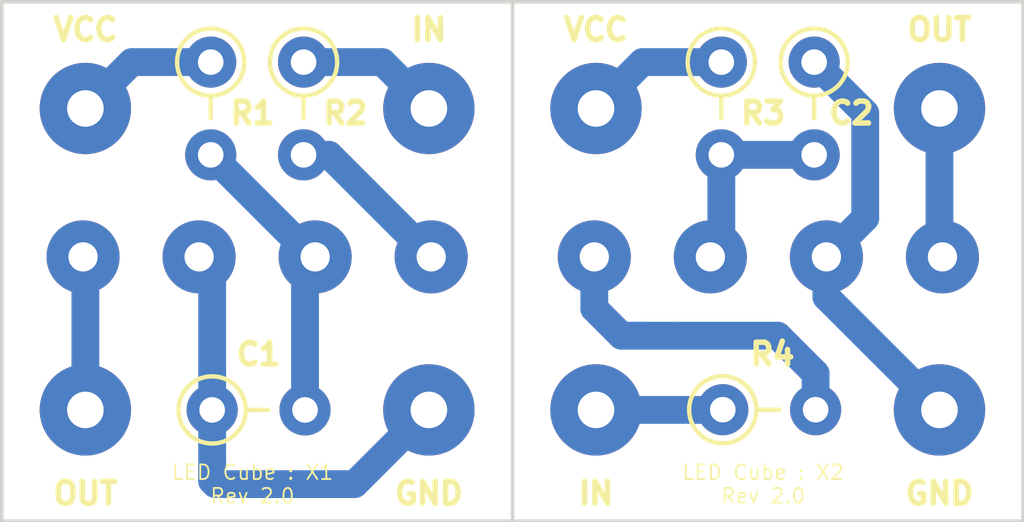
<source format=kicad_pcb>
(kicad_pcb (version 20171130) (host pcbnew 5.0.1+dfsg1-3~bpo9+1)

  (general
    (thickness 1.6)
    (drawings 9)
    (tracks 39)
    (zones 0)
    (modules 16)
    (nets 13)
  )

  (page User 105.004 105.004)
  (title_block
    (title "LED Balls")
  )

  (layers
    (0 F.Cu signal)
    (31 B.Cu signal)
    (32 B.Adhes user)
    (33 F.Adhes user)
    (34 B.Paste user)
    (35 F.Paste user)
    (36 B.SilkS user)
    (37 F.SilkS user)
    (38 B.Mask user)
    (39 F.Mask user)
    (40 Dwgs.User user)
    (41 Cmts.User user)
    (42 Eco1.User user)
    (43 Eco2.User user)
    (44 Edge.Cuts user)
    (45 Margin user)
    (46 B.CrtYd user)
    (47 F.CrtYd user)
    (48 B.Fab user)
    (49 F.Fab user)
  )

  (setup
    (last_trace_width 0.25)
    (user_trace_width 0.762)
    (trace_clearance 0.2)
    (zone_clearance 0.508)
    (zone_45_only no)
    (trace_min 0.2)
    (segment_width 0.2)
    (edge_width 0.1)
    (via_size 0.8)
    (via_drill 0.4)
    (via_min_size 0.4)
    (via_min_drill 0.3)
    (uvia_size 0.3)
    (uvia_drill 0.1)
    (uvias_allowed no)
    (uvia_min_size 0.2)
    (uvia_min_drill 0.1)
    (pcb_text_width 0.3)
    (pcb_text_size 1.5 1.5)
    (mod_edge_width 0.15)
    (mod_text_size 1 1)
    (mod_text_width 0.15)
    (pad_size 1.4 1.4)
    (pad_drill 0.7)
    (pad_to_mask_clearance 0)
    (solder_mask_min_width 0.25)
    (aux_axis_origin 0 0)
    (visible_elements FFFFFF7F)
    (pcbplotparams
      (layerselection 0x010fc_ffffffff)
      (usegerberextensions false)
      (usegerberattributes false)
      (usegerberadvancedattributes false)
      (creategerberjobfile false)
      (excludeedgelayer true)
      (linewidth 0.100000)
      (plotframeref false)
      (viasonmask false)
      (mode 1)
      (useauxorigin false)
      (hpglpennumber 1)
      (hpglpenspeed 20)
      (hpglpendiameter 15.000000)
      (psnegative false)
      (psa4output false)
      (plotreference true)
      (plotvalue true)
      (plotinvisibletext false)
      (padsonsilk false)
      (subtractmaskfromsilk false)
      (outputformat 1)
      (mirror false)
      (drillshape 0)
      (scaleselection 1)
      (outputdirectory ""))
  )

  (net 0 "")
  (net 1 "Net-(J2-Pad1)")
  (net 2 "Net-(C1-Pad2)")
  (net 3 "Net-(C2-Pad2)")
  (net 4 "Net-(J6-Pad1)")
  (net 5 "Net-(J1-Pad1)")
  (net 6 "Net-(D1-Pad1)")
  (net 7 "Net-(D2-Pad1)")
  (net 8 "Net-(J5-Pad1)")
  (net 9 "Net-(C1-Pad1)")
  (net 10 "Net-(D1-Pad4)")
  (net 11 "Net-(D2-Pad4)")
  (net 12 "Net-(C2-Pad1)")

  (net_class Default "This is the default net class."
    (clearance 0.2)
    (trace_width 0.25)
    (via_dia 0.8)
    (via_drill 0.4)
    (uvia_dia 0.3)
    (uvia_drill 0.1)
    (add_net "Net-(C1-Pad1)")
    (add_net "Net-(C1-Pad2)")
    (add_net "Net-(C2-Pad1)")
    (add_net "Net-(C2-Pad2)")
    (add_net "Net-(D1-Pad1)")
    (add_net "Net-(D1-Pad4)")
    (add_net "Net-(D2-Pad1)")
    (add_net "Net-(D2-Pad4)")
    (add_net "Net-(J1-Pad1)")
    (add_net "Net-(J2-Pad1)")
    (add_net "Net-(J5-Pad1)")
    (add_net "Net-(J6-Pad1)")
  )

  (module Resistor_THT:R_Axial_DIN0204_L3.6mm_D1.6mm_P2.54mm_Vertical (layer F.Cu) (tedit 5BF19E01) (tstamp 5BF1A910)
    (at 43.855 47.244)
    (descr "Resistor, Axial_DIN0204 series, Axial, Vertical, pin pitch=2.54mm, 0.167W, length*diameter=3.6*1.6mm^2, http://cdn-reichelt.de/documents/datenblatt/B400/1_4W%23YAG.pdf")
    (tags "Resistor Axial_DIN0204 series Axial Vertical pin pitch 2.54mm 0.167W length 3.6mm diameter 1.6mm")
    (path /5BD24F96)
    (fp_text reference C1 (at 1.27 -1.524) (layer F.SilkS)
      (effects (font (size 0.6 0.6) (thickness 0.15)))
    )
    (fp_text value 0.1uF (at 0.849 5.334) (layer F.Fab) hide
      (effects (font (size 1 1) (thickness 0.15)))
    )
    (fp_circle (center 0 0) (end 0.8 0) (layer F.Fab) (width 0.1))
    (fp_circle (center 0 0) (end 0.92 0) (layer F.SilkS) (width 0.12))
    (fp_line (start 0 0) (end 2.54 0) (layer F.Fab) (width 0.1))
    (fp_line (start 0.92 0) (end 1.54 0) (layer F.SilkS) (width 0.12))
    (fp_line (start -1.05 -1.05) (end -1.05 1.05) (layer F.CrtYd) (width 0.05))
    (fp_line (start -1.05 1.05) (end 3.49 1.05) (layer F.CrtYd) (width 0.05))
    (fp_line (start 3.49 1.05) (end 3.49 -1.05) (layer F.CrtYd) (width 0.05))
    (fp_line (start 3.49 -1.05) (end -1.05 -1.05) (layer F.CrtYd) (width 0.05))
    (fp_text user %R (at 1.357 5.588) (layer F.SilkS) hide
      (effects (font (size 0.6 0.6) (thickness 0.15)))
    )
    (pad 1 thru_hole circle (at 0 0) (size 1.4 1.4) (drill 0.7) (layers *.Cu *.Mask)
      (net 9 "Net-(C1-Pad1)"))
    (pad 2 thru_hole oval (at 2.54 0) (size 1.4 1.4) (drill 0.7) (layers *.Cu *.Mask)
      (net 2 "Net-(C1-Pad2)"))
    (model ${KISYS3DMOD}/Resistor_THT.3dshapes/R_Axial_DIN0204_L3.6mm_D1.6mm_P2.54mm_Vertical.wrl
      (at (xyz 0 0 0))
      (scale (xyz 1 1 1))
      (rotate (xyz 0 0 0))
    )
  )

  (module Resistor_THT:R_Axial_DIN0204_L3.6mm_D1.6mm_P2.54mm_Vertical (layer F.Cu) (tedit 5BF190EE) (tstamp 5BF197F2)
    (at 60.325 37.719 270)
    (descr "Resistor, Axial_DIN0204 series, Axial, Vertical, pin pitch=2.54mm, 0.167W, length*diameter=3.6*1.6mm^2, http://cdn-reichelt.de/documents/datenblatt/B400/1_4W%23YAG.pdf")
    (tags "Resistor Axial_DIN0204 series Axial Vertical pin pitch 2.54mm 0.167W length 3.6mm diameter 1.6mm")
    (path /5BD29D2B)
    (fp_text reference C2 (at -1.524 2.286 270) (layer F.SilkS) hide
      (effects (font (size 1 1) (thickness 0.15)))
    )
    (fp_text value 0.1uF (at 1.27 1.92 270) (layer F.Fab) hide
      (effects (font (size 1 1) (thickness 0.15)))
    )
    (fp_text user %R (at 1.397 -1.016 180) (layer F.SilkS)
      (effects (font (size 0.6 0.6) (thickness 0.15)))
    )
    (fp_line (start 3.49 -1.05) (end -1.05 -1.05) (layer F.CrtYd) (width 0.05))
    (fp_line (start 3.49 1.05) (end 3.49 -1.05) (layer F.CrtYd) (width 0.05))
    (fp_line (start -1.05 1.05) (end 3.49 1.05) (layer F.CrtYd) (width 0.05))
    (fp_line (start -1.05 -1.05) (end -1.05 1.05) (layer F.CrtYd) (width 0.05))
    (fp_line (start 0.92 0) (end 1.54 0) (layer F.SilkS) (width 0.12))
    (fp_line (start 0 0) (end 2.54 0) (layer F.Fab) (width 0.1))
    (fp_circle (center 0 0) (end 0.92 0) (layer F.SilkS) (width 0.12))
    (fp_circle (center 0 0) (end 0.8 0) (layer F.Fab) (width 0.1))
    (pad 2 thru_hole oval (at 2.54 0 270) (size 1.4 1.4) (drill 0.7) (layers *.Cu *.Mask)
      (net 3 "Net-(C2-Pad2)"))
    (pad 1 thru_hole circle (at 0 0 270) (size 1.4 1.4) (drill 0.7) (layers *.Cu *.Mask)
      (net 12 "Net-(C2-Pad1)"))
    (model ${KISYS3DMOD}/Resistor_THT.3dshapes/R_Axial_DIN0204_L3.6mm_D1.6mm_P2.54mm_Vertical.wrl
      (at (xyz 0 0 0))
      (scale (xyz 1 1 1))
      (rotate (xyz 0 0 0))
    )
  )

  (module Connector_Wire:SolderWirePad_1x01_Drill1mm (layer F.Cu) (tedit 5BF1910C) (tstamp 5BF19412)
    (at 63.754 38.989)
    (descr "Wire solder connection")
    (tags connector)
    (path /5BD29D24)
    (attr virtual)
    (fp_text reference J8 (at 0 -3.81) (layer F.SilkS) hide
      (effects (font (size 1 1) (thickness 0.15)))
    )
    (fp_text value OUT (at 0 -2.159) (layer F.SilkS)
      (effects (font (size 0.6 0.6) (thickness 0.15)))
    )
    (fp_line (start 1.75 1.75) (end -1.75 1.75) (layer F.CrtYd) (width 0.05))
    (fp_line (start 1.75 1.75) (end 1.75 -1.75) (layer F.CrtYd) (width 0.05))
    (fp_line (start -1.75 -1.75) (end -1.75 1.75) (layer F.CrtYd) (width 0.05))
    (fp_line (start -1.75 -1.75) (end 1.75 -1.75) (layer F.CrtYd) (width 0.05))
    (fp_text user %R (at 1.016 2.667) (layer F.Fab) hide
      (effects (font (size 1 1) (thickness 0.15)))
    )
    (pad 1 thru_hole circle (at 0 0) (size 2.49936 2.49936) (drill 1.00076) (layers *.Cu *.Mask)
      (net 11 "Net-(D2-Pad4)"))
  )

  (module Connector_Wire:SolderWirePad_1x01_Drill1mm (layer F.Cu) (tedit 5BF194A7) (tstamp 5BF19409)
    (at 63.754 47.244)
    (descr "Wire solder connection")
    (tags connector)
    (path /5BD29D3F)
    (attr virtual)
    (fp_text reference J7 (at 0 -3.81) (layer F.SilkS) hide
      (effects (font (size 1 1) (thickness 0.15)))
    )
    (fp_text value GND (at 0 2.286) (layer F.SilkS)
      (effects (font (size 0.6 0.6) (thickness 0.15)))
    )
    (fp_text user %R (at 4.826 3.429) (layer F.Fab) hide
      (effects (font (size 1 1) (thickness 0.15)))
    )
    (fp_line (start -1.75 -1.75) (end 1.75 -1.75) (layer F.CrtYd) (width 0.05))
    (fp_line (start -1.75 -1.75) (end -1.75 1.75) (layer F.CrtYd) (width 0.05))
    (fp_line (start 1.75 1.75) (end 1.75 -1.75) (layer F.CrtYd) (width 0.05))
    (fp_line (start 1.75 1.75) (end -1.75 1.75) (layer F.CrtYd) (width 0.05))
    (pad 1 thru_hole circle (at 0 0) (size 2.49936 2.49936) (drill 1.00076) (layers *.Cu *.Mask)
      (net 12 "Net-(C2-Pad1)"))
  )

  (module Connector_Wire:SolderWirePad_1x01_Drill1mm (layer F.Cu) (tedit 5BF19103) (tstamp 5BF19400)
    (at 54.356 38.989)
    (descr "Wire solder connection")
    (tags connector)
    (path /5BD29D38)
    (attr virtual)
    (fp_text reference J6 (at 0 -3.81) (layer F.SilkS) hide
      (effects (font (size 1 1) (thickness 0.15)))
    )
    (fp_text value VCC (at 0 -2.159) (layer F.SilkS)
      (effects (font (size 0.6 0.6) (thickness 0.15)))
    )
    (fp_line (start 1.75 1.75) (end -1.75 1.75) (layer F.CrtYd) (width 0.05))
    (fp_line (start 1.75 1.75) (end 1.75 -1.75) (layer F.CrtYd) (width 0.05))
    (fp_line (start -1.75 -1.75) (end -1.75 1.75) (layer F.CrtYd) (width 0.05))
    (fp_line (start -1.75 -1.75) (end 1.75 -1.75) (layer F.CrtYd) (width 0.05))
    (fp_text user %R (at 0.762 2.667) (layer F.Fab) hide
      (effects (font (size 1 1) (thickness 0.15)))
    )
    (pad 1 thru_hole circle (at 0 0) (size 2.49936 2.49936) (drill 1.00076) (layers *.Cu *.Mask)
      (net 4 "Net-(J6-Pad1)"))
  )

  (module Connector_Wire:SolderWirePad_1x01_Drill1mm (layer F.Cu) (tedit 5BF19499) (tstamp 5BF193F7)
    (at 54.356 47.244)
    (descr "Wire solder connection")
    (tags connector)
    (path /5BD29D1D)
    (attr virtual)
    (fp_text reference J5 (at 0 -3.81) (layer F.SilkS) hide
      (effects (font (size 1 1) (thickness 0.15)))
    )
    (fp_text value IN (at 0 2.286) (layer F.SilkS)
      (effects (font (size 0.6 0.6) (thickness 0.15)))
    )
    (fp_text user %R (at 3.302 4.191) (layer F.Fab) hide
      (effects (font (size 1 1) (thickness 0.15)))
    )
    (fp_line (start -1.75 -1.75) (end 1.75 -1.75) (layer F.CrtYd) (width 0.05))
    (fp_line (start -1.75 -1.75) (end -1.75 1.75) (layer F.CrtYd) (width 0.05))
    (fp_line (start 1.75 1.75) (end 1.75 -1.75) (layer F.CrtYd) (width 0.05))
    (fp_line (start 1.75 1.75) (end -1.75 1.75) (layer F.CrtYd) (width 0.05))
    (pad 1 thru_hole circle (at 0 0) (size 2.49936 2.49936) (drill 1.00076) (layers *.Cu *.Mask)
      (net 8 "Net-(J5-Pad1)"))
  )

  (module Connector_Wire:SolderWirePad_1x01_Drill1mm (layer F.Cu) (tedit 5BF18BCC) (tstamp 5BF18ADE)
    (at 40.386 47.244)
    (descr "Wire solder connection")
    (tags connector)
    (path /5BD24C70)
    (attr virtual)
    (fp_text reference J4 (at 0 -3.81) (layer F.SilkS) hide
      (effects (font (size 1 1) (thickness 0.15)))
    )
    (fp_text value OUT (at 0 2.286) (layer F.SilkS)
      (effects (font (size 0.6 0.6) (thickness 0.15)))
    )
    (fp_text user %R (at 0 0) (layer F.Fab)
      (effects (font (size 1 1) (thickness 0.15)))
    )
    (fp_line (start -1.75 -1.75) (end 1.75 -1.75) (layer F.CrtYd) (width 0.05))
    (fp_line (start -1.75 -1.75) (end -1.75 1.75) (layer F.CrtYd) (width 0.05))
    (fp_line (start 1.75 1.75) (end 1.75 -1.75) (layer F.CrtYd) (width 0.05))
    (fp_line (start 1.75 1.75) (end -1.75 1.75) (layer F.CrtYd) (width 0.05))
    (pad 1 thru_hole circle (at 0 0) (size 2.49936 2.49936) (drill 1.00076) (layers *.Cu *.Mask)
      (net 10 "Net-(D1-Pad4)"))
  )

  (module Connector_Wire:SolderWirePad_1x01_Drill1mm (layer F.Cu) (tedit 5BF1911A) (tstamp 5BF18AD5)
    (at 49.784 47.244)
    (descr "Wire solder connection")
    (tags connector)
    (path /5BD282FE)
    (attr virtual)
    (fp_text reference J3 (at 0 -3.81) (layer F.SilkS) hide
      (effects (font (size 1 1) (thickness 0.15)))
    )
    (fp_text value GND (at 0 2.286) (layer F.SilkS)
      (effects (font (size 0.6 0.6) (thickness 0.15)))
    )
    (fp_line (start 1.75 1.75) (end -1.75 1.75) (layer F.CrtYd) (width 0.05))
    (fp_line (start 1.75 1.75) (end 1.75 -1.75) (layer F.CrtYd) (width 0.05))
    (fp_line (start -1.75 -1.75) (end -1.75 1.75) (layer F.CrtYd) (width 0.05))
    (fp_line (start -1.75 -1.75) (end 1.75 -1.75) (layer F.CrtYd) (width 0.05))
    (fp_text user %R (at 0.508 4.318) (layer F.Fab) hide
      (effects (font (size 1 1) (thickness 0.15)))
    )
    (pad 1 thru_hole circle (at 0 0) (size 2.49936 2.49936) (drill 1.00076) (layers *.Cu *.Mask)
      (net 9 "Net-(C1-Pad1)"))
  )

  (module Connector_Wire:SolderWirePad_1x01_Drill1mm (layer F.Cu) (tedit 5BF185AE) (tstamp 5BF18ACC)
    (at 40.386 38.989)
    (descr "Wire solder connection")
    (tags connector)
    (path /5BD27EEC)
    (attr virtual)
    (fp_text reference J2 (at 0 -3.81) (layer F.SilkS) hide
      (effects (font (size 1 1) (thickness 0.15)))
    )
    (fp_text value VCC (at 0 -2.159) (layer F.SilkS)
      (effects (font (size 0.6 0.6) (thickness 0.15)))
    )
    (fp_text user %R (at 0 0) (layer F.Fab)
      (effects (font (size 1 1) (thickness 0.15)))
    )
    (fp_line (start -1.75 -1.75) (end 1.75 -1.75) (layer F.CrtYd) (width 0.05))
    (fp_line (start -1.75 -1.75) (end -1.75 1.75) (layer F.CrtYd) (width 0.05))
    (fp_line (start 1.75 1.75) (end 1.75 -1.75) (layer F.CrtYd) (width 0.05))
    (fp_line (start 1.75 1.75) (end -1.75 1.75) (layer F.CrtYd) (width 0.05))
    (pad 1 thru_hole circle (at 0 0) (size 2.49936 2.49936) (drill 1.00076) (layers *.Cu *.Mask)
      (net 1 "Net-(J2-Pad1)"))
  )

  (module Connector_Wire:SolderWirePad_1x01_Drill1mm (layer F.Cu) (tedit 5BF18584) (tstamp 5BF187E3)
    (at 49.784 38.989)
    (descr "Wire solder connection")
    (tags connector)
    (path /5BD24903)
    (attr virtual)
    (fp_text reference J1 (at 0 -3.81) (layer F.SilkS) hide
      (effects (font (size 1 1) (thickness 0.15)))
    )
    (fp_text value IN (at 0 -2.159) (layer F.SilkS)
      (effects (font (size 0.6 0.6) (thickness 0.15)))
    )
    (fp_text user %R (at 0 0) (layer F.Fab)
      (effects (font (size 1 1) (thickness 0.15)))
    )
    (fp_line (start -1.75 -1.75) (end 1.75 -1.75) (layer F.CrtYd) (width 0.05))
    (fp_line (start -1.75 -1.75) (end -1.75 1.75) (layer F.CrtYd) (width 0.05))
    (fp_line (start 1.75 1.75) (end 1.75 -1.75) (layer F.CrtYd) (width 0.05))
    (fp_line (start 1.75 1.75) (end -1.75 1.75) (layer F.CrtYd) (width 0.05))
    (pad 1 thru_hole circle (at 0 0) (size 2.49936 2.49936) (drill 1.00076) (layers *.Cu *.Mask)
      (net 5 "Net-(J1-Pad1)"))
  )

  (module Connector_Wire:SolderWirePad_1x04_P3.175mm_Drill0.8mm (layer F.Cu) (tedit 5BF08222) (tstamp 5C126B7C)
    (at 54.31 43.053)
    (descr "Wire solder connection")
    (tags connector)
    (path /5BD29D08)
    (attr virtual)
    (fp_text reference D2 (at 12.065 0) (layer F.SilkS) hide
      (effects (font (size 0.6 0.6) (thickness 0.15)))
    )
    (fp_text value RGB (at 4.7625 3.175) (layer F.Fab) hide
      (effects (font (size 1 1) (thickness 0.15)))
    )
    (fp_text user %R (at 4.7625 0) (layer F.Fab) hide
      (effects (font (size 1 1) (thickness 0.15)))
    )
    (fp_line (start -1.5 -1.5) (end 11.02 -1.5) (layer F.CrtYd) (width 0.05))
    (fp_line (start -1.5 -1.5) (end -1.5 1.5) (layer F.CrtYd) (width 0.05))
    (fp_line (start 11.02 1.5) (end 11.02 -1.5) (layer F.CrtYd) (width 0.05))
    (fp_line (start 11.02 1.5) (end -1.5 1.5) (layer F.CrtYd) (width 0.05))
    (pad 1 thru_hole oval (at 0 0) (size 1.99898 1.99898) (drill 0.8001) (layers *.Cu *.Mask)
      (net 7 "Net-(D2-Pad1)"))
    (pad 2 thru_hole circle (at 3.175 0) (size 1.99898 1.99898) (drill 0.8001) (layers *.Cu *.Mask)
      (net 3 "Net-(C2-Pad2)"))
    (pad 3 thru_hole circle (at 6.35 0) (size 1.99898 1.99898) (drill 0.8001) (layers *.Cu *.Mask)
      (net 12 "Net-(C2-Pad1)"))
    (pad 4 thru_hole circle (at 9.525 0) (size 1.99898 1.99898) (drill 0.8001) (layers *.Cu *.Mask)
      (net 11 "Net-(D2-Pad4)"))
  )

  (module Connector_Wire:SolderWirePad_1x04_P3.175mm_Drill0.8mm (layer F.Cu) (tedit 5BF08A2D) (tstamp 5C11B94A)
    (at 49.8475 43.053 180)
    (descr "Wire solder connection")
    (tags connector)
    (path /5BD2425F)
    (attr virtual)
    (fp_text reference D1 (at -2.54 0 180) (layer F.SilkS) hide
      (effects (font (size 0.6 0.6) (thickness 0.15)))
    )
    (fp_text value RGB (at 4.7625 3.175 180) (layer F.Fab) hide
      (effects (font (size 1 1) (thickness 0.15)))
    )
    (fp_text user %R (at 4.7625 0 180) (layer F.Fab) hide
      (effects (font (size 1 1) (thickness 0.15)))
    )
    (fp_line (start -1.5 -1.5) (end 11.02 -1.5) (layer F.CrtYd) (width 0.05))
    (fp_line (start -1.5 -1.5) (end -1.5 1.5) (layer F.CrtYd) (width 0.05))
    (fp_line (start 11.02 1.5) (end 11.02 -1.5) (layer F.CrtYd) (width 0.05))
    (fp_line (start 11.02 1.5) (end -1.5 1.5) (layer F.CrtYd) (width 0.05))
    (pad 1 thru_hole oval (at 0 0 180) (size 1.99898 1.99898) (drill 0.8001) (layers *.Cu *.Mask)
      (net 6 "Net-(D1-Pad1)"))
    (pad 2 thru_hole circle (at 3.175 0 180) (size 1.99898 1.99898) (drill 0.8001) (layers *.Cu *.Mask)
      (net 2 "Net-(C1-Pad2)"))
    (pad 3 thru_hole circle (at 6.35 0 180) (size 1.99898 1.99898) (drill 0.8001) (layers *.Cu *.Mask)
      (net 9 "Net-(C1-Pad1)"))
    (pad 4 thru_hole circle (at 9.525 0 180) (size 1.99898 1.99898) (drill 0.8001) (layers *.Cu *.Mask)
      (net 10 "Net-(D1-Pad4)"))
  )

  (module Resistor_THT:R_Axial_DIN0204_L3.6mm_D1.6mm_P2.54mm_Vertical (layer F.Cu) (tedit 5BF07B9A) (tstamp 5C0957B4)
    (at 57.825 47.238)
    (descr "Resistor, Axial_DIN0204 series, Axial, Vertical, pin pitch=2.54mm, 0.167W, length*diameter=3.6*1.6mm^2, http://cdn-reichelt.de/documents/datenblatt/B400/1_4W%23YAG.pdf")
    (tags "Resistor Axial_DIN0204 series Axial Vertical pin pitch 2.54mm 0.167W length 3.6mm diameter 1.6mm")
    (path /5BD29D16)
    (fp_text reference R4 (at 1.27 -1.92) (layer F.SilkS) hide
      (effects (font (size 1 1) (thickness 0.15)))
    )
    (fp_text value 10 (at 1.27 1.92) (layer F.Fab) hide
      (effects (font (size 1 1) (thickness 0.15)))
    )
    (fp_circle (center 0 0) (end 0.8 0) (layer F.Fab) (width 0.1))
    (fp_circle (center 0 0) (end 0.92 0) (layer F.SilkS) (width 0.12))
    (fp_line (start 0 0) (end 2.54 0) (layer F.Fab) (width 0.1))
    (fp_line (start 0.92 0) (end 1.54 0) (layer F.SilkS) (width 0.12))
    (fp_line (start -1.05 -1.05) (end -1.05 1.05) (layer F.CrtYd) (width 0.05))
    (fp_line (start -1.05 1.05) (end 3.49 1.05) (layer F.CrtYd) (width 0.05))
    (fp_line (start 3.49 1.05) (end 3.49 -1.05) (layer F.CrtYd) (width 0.05))
    (fp_line (start 3.49 -1.05) (end -1.05 -1.05) (layer F.CrtYd) (width 0.05))
    (fp_text user %R (at 1.357 -1.518) (layer F.SilkS)
      (effects (font (size 0.6 0.6) (thickness 0.15)))
    )
    (pad 1 thru_hole circle (at 0 0) (size 1.4 1.4) (drill 0.7) (layers *.Cu *.Mask)
      (net 8 "Net-(J5-Pad1)"))
    (pad 2 thru_hole oval (at 2.54 0) (size 1.4 1.4) (drill 0.7) (layers *.Cu *.Mask)
      (net 7 "Net-(D2-Pad1)"))
    (model ${KISYS3DMOD}/Resistor_THT.3dshapes/R_Axial_DIN0204_L3.6mm_D1.6mm_P2.54mm_Vertical.wrl
      (at (xyz 0 0 0))
      (scale (xyz 1 1 1))
      (rotate (xyz 0 0 0))
    )
  )

  (module Resistor_THT:R_Axial_DIN0204_L3.6mm_D1.6mm_P2.54mm_Vertical (layer F.Cu) (tedit 5BF19242) (tstamp 5C0957A6)
    (at 57.785 37.719 270)
    (descr "Resistor, Axial_DIN0204 series, Axial, Vertical, pin pitch=2.54mm, 0.167W, length*diameter=3.6*1.6mm^2, http://cdn-reichelt.de/documents/datenblatt/B400/1_4W%23YAG.pdf")
    (tags "Resistor Axial_DIN0204 series Axial Vertical pin pitch 2.54mm 0.167W length 3.6mm diameter 1.6mm")
    (path /5BD29D0F)
    (fp_text reference R3 (at 1.27 -1.92 270) (layer F.SilkS) hide
      (effects (font (size 1 1) (thickness 0.15)))
    )
    (fp_text value 100 (at 1.27 1.92 270) (layer F.Fab) hide
      (effects (font (size 1 1) (thickness 0.15)))
    )
    (fp_circle (center 0 0) (end 0.8 0) (layer F.Fab) (width 0.1))
    (fp_circle (center 0 0) (end 0.92 0) (layer F.SilkS) (width 0.12))
    (fp_line (start 0 0) (end 2.54 0) (layer F.Fab) (width 0.1))
    (fp_line (start 0.92 0) (end 1.54 0) (layer F.SilkS) (width 0.12))
    (fp_line (start -1.05 -1.05) (end -1.05 1.05) (layer F.CrtYd) (width 0.05))
    (fp_line (start -1.05 1.05) (end 3.49 1.05) (layer F.CrtYd) (width 0.05))
    (fp_line (start 3.49 1.05) (end 3.49 -1.05) (layer F.CrtYd) (width 0.05))
    (fp_line (start 3.49 -1.05) (end -1.05 -1.05) (layer F.CrtYd) (width 0.05))
    (fp_text user %R (at 1.397 -1.143) (layer F.SilkS)
      (effects (font (size 0.6 0.6) (thickness 0.15)))
    )
    (pad 1 thru_hole circle (at 0 0 270) (size 1.4 1.4) (drill 0.7) (layers *.Cu *.Mask)
      (net 4 "Net-(J6-Pad1)"))
    (pad 2 thru_hole oval (at 2.54 0 270) (size 1.4 1.4) (drill 0.7) (layers *.Cu *.Mask)
      (net 3 "Net-(C2-Pad2)"))
    (model ${KISYS3DMOD}/Resistor_THT.3dshapes/R_Axial_DIN0204_L3.6mm_D1.6mm_P2.54mm_Vertical.wrl
      (at (xyz 0 0 0))
      (scale (xyz 1 1 1))
      (rotate (xyz 0 0 0))
    )
  )

  (module Resistor_THT:R_Axial_DIN0204_L3.6mm_D1.6mm_P2.54mm_Vertical (layer F.Cu) (tedit 5BF0786D) (tstamp 5C095798)
    (at 46.355 37.719 270)
    (descr "Resistor, Axial_DIN0204 series, Axial, Vertical, pin pitch=2.54mm, 0.167W, length*diameter=3.6*1.6mm^2, http://cdn-reichelt.de/documents/datenblatt/B400/1_4W%23YAG.pdf")
    (tags "Resistor Axial_DIN0204 series Axial Vertical pin pitch 2.54mm 0.167W length 3.6mm diameter 1.6mm")
    (path /5BD24809)
    (fp_text reference R2 (at 1.27 -1.92 270) (layer F.SilkS) hide
      (effects (font (size 1 1) (thickness 0.15)))
    )
    (fp_text value 10 (at 1.27 1.92 270) (layer F.Fab) hide
      (effects (font (size 1 1) (thickness 0.15)))
    )
    (fp_text user %R (at 1.397 -1.143) (layer F.SilkS)
      (effects (font (size 0.6 0.6) (thickness 0.15)))
    )
    (fp_line (start 3.49 -1.05) (end -1.05 -1.05) (layer F.CrtYd) (width 0.05))
    (fp_line (start 3.49 1.05) (end 3.49 -1.05) (layer F.CrtYd) (width 0.05))
    (fp_line (start -1.05 1.05) (end 3.49 1.05) (layer F.CrtYd) (width 0.05))
    (fp_line (start -1.05 -1.05) (end -1.05 1.05) (layer F.CrtYd) (width 0.05))
    (fp_line (start 0.92 0) (end 1.54 0) (layer F.SilkS) (width 0.12))
    (fp_line (start 0 0) (end 2.54 0) (layer F.Fab) (width 0.1))
    (fp_circle (center 0 0) (end 0.92 0) (layer F.SilkS) (width 0.12))
    (fp_circle (center 0 0) (end 0.8 0) (layer F.Fab) (width 0.1))
    (pad 2 thru_hole oval (at 2.54 0 270) (size 1.4 1.4) (drill 0.7) (layers *.Cu *.Mask)
      (net 6 "Net-(D1-Pad1)"))
    (pad 1 thru_hole circle (at 0 0 270) (size 1.4 1.4) (drill 0.7) (layers *.Cu *.Mask)
      (net 5 "Net-(J1-Pad1)"))
    (model ${KISYS3DMOD}/Resistor_THT.3dshapes/R_Axial_DIN0204_L3.6mm_D1.6mm_P2.54mm_Vertical.wrl
      (at (xyz 0 0 0))
      (scale (xyz 1 1 1))
      (rotate (xyz 0 0 0))
    )
  )

  (module Resistor_THT:R_Axial_DIN0204_L3.6mm_D1.6mm_P2.54mm_Vertical (layer F.Cu) (tedit 5BF07884) (tstamp 5C09578A)
    (at 43.815 37.719 270)
    (descr "Resistor, Axial_DIN0204 series, Axial, Vertical, pin pitch=2.54mm, 0.167W, length*diameter=3.6*1.6mm^2, http://cdn-reichelt.de/documents/datenblatt/B400/1_4W%23YAG.pdf")
    (tags "Resistor Axial_DIN0204 series Axial Vertical pin pitch 2.54mm 0.167W length 3.6mm diameter 1.6mm")
    (path /5BD2442B)
    (fp_text reference R1 (at 1.27 -1.92 270) (layer F.SilkS) hide
      (effects (font (size 1 1) (thickness 0.15)))
    )
    (fp_text value 100 (at 1.27 1.92 270) (layer F.Fab) hide
      (effects (font (size 1 1) (thickness 0.15)))
    )
    (fp_circle (center 0 0) (end 0.8 0) (layer F.Fab) (width 0.1))
    (fp_circle (center 0 0) (end 0.92 0) (layer F.SilkS) (width 0.12))
    (fp_line (start 0 0) (end 2.54 0) (layer F.Fab) (width 0.1))
    (fp_line (start 0.92 0) (end 1.54 0) (layer F.SilkS) (width 0.12))
    (fp_line (start -1.05 -1.05) (end -1.05 1.05) (layer F.CrtYd) (width 0.05))
    (fp_line (start -1.05 1.05) (end 3.49 1.05) (layer F.CrtYd) (width 0.05))
    (fp_line (start 3.49 1.05) (end 3.49 -1.05) (layer F.CrtYd) (width 0.05))
    (fp_line (start 3.49 -1.05) (end -1.05 -1.05) (layer F.CrtYd) (width 0.05))
    (fp_text user %R (at 1.397 -1.143 180) (layer F.SilkS)
      (effects (font (size 0.6 0.6) (thickness 0.15)))
    )
    (pad 1 thru_hole circle (at 0 0 270) (size 1.4 1.4) (drill 0.7) (layers *.Cu *.Mask)
      (net 1 "Net-(J2-Pad1)"))
    (pad 2 thru_hole oval (at 2.54 0 270) (size 1.4 1.4) (drill 0.7) (layers *.Cu *.Mask)
      (net 2 "Net-(C1-Pad2)"))
    (model ${KISYS3DMOD}/Resistor_THT.3dshapes/R_Axial_DIN0204_L3.6mm_D1.6mm_P2.54mm_Vertical.wrl
      (at (xyz 0 0 0))
      (scale (xyz 1 1 1))
      (rotate (xyz 0 0 0))
    )
  )

  (gr_text "LED Cube : X2\nRev 2.0" (at 58.928 49.276) (layer F.SilkS) (tstamp 5BF1A60A)
    (effects (font (size 0.4 0.4) (thickness 0.05)))
  )
  (gr_text "LED Cube : X1\nRev 2.0" (at 44.958 49.276) (layer F.SilkS)
    (effects (font (size 0.4 0.4) (thickness 0.05)))
  )
  (gr_line (start 52.07 36.068) (end 66.04 36.068) (layer Edge.Cuts) (width 0.1) (tstamp 5BF19E50))
  (gr_line (start 66.04 36.068) (end 66.04 50.292) (layer Edge.Cuts) (width 0.1) (tstamp 5BF19E4F))
  (gr_line (start 66.04 50.292) (end 52.07 50.292) (layer Edge.Cuts) (width 0.1) (tstamp 5BF19E4E))
  (gr_line (start 38.1 50.292) (end 38.1 36.068) (layer Edge.Cuts) (width 0.1))
  (gr_line (start 52.07 50.292) (end 38.1 50.292) (layer Edge.Cuts) (width 0.1))
  (gr_line (start 52.07 36.068) (end 52.07 50.292) (layer Edge.Cuts) (width 0.1))
  (gr_line (start 38.1 36.068) (end 52.07 36.068) (layer Edge.Cuts) (width 0.1))

  (segment (start 41.656 37.719) (end 40.386 38.989) (width 0.762) (layer B.Cu) (net 1))
  (segment (start 43.815 37.719) (end 41.656 37.719) (width 0.762) (layer B.Cu) (net 1))
  (segment (start 46.609 43.053) (end 43.815 40.259) (width 0.762) (layer B.Cu) (net 2))
  (segment (start 46.395 43.3305) (end 46.6725 43.053) (width 0.762) (layer B.Cu) (net 2))
  (segment (start 46.395 47.244) (end 46.395 43.3305) (width 0.762) (layer B.Cu) (net 2))
  (segment (start 60.325 40.259) (end 57.785 40.259) (width 0.762) (layer B.Cu) (net 3))
  (segment (start 57.785 42.753) (end 57.485 43.053) (width 0.762) (layer B.Cu) (net 3))
  (segment (start 57.785 40.259) (end 57.785 42.753) (width 0.762) (layer B.Cu) (net 3))
  (segment (start 55.626 37.719) (end 54.356 38.989) (width 0.762) (layer B.Cu) (net 4))
  (segment (start 57.785 37.719) (end 55.626 37.719) (width 0.762) (layer B.Cu) (net 4))
  (segment (start 48.514 37.719) (end 49.784 38.989) (width 0.762) (layer B.Cu) (net 5))
  (segment (start 46.355 37.719) (end 48.514 37.719) (width 0.762) (layer B.Cu) (net 5))
  (segment (start 47.0535 40.259) (end 49.8475 43.053) (width 0.762) (layer B.Cu) (net 6))
  (segment (start 46.355 40.259) (end 47.0535 40.259) (width 0.762) (layer B.Cu) (net 6))
  (segment (start 60.365 46.248051) (end 59.328949 45.212) (width 0.762) (layer B.Cu) (net 7))
  (segment (start 60.365 47.238) (end 60.365 46.248051) (width 0.762) (layer B.Cu) (net 7))
  (segment (start 59.328949 45.212) (end 56.469 45.212) (width 0.762) (layer B.Cu) (net 7))
  (segment (start 56.469 45.212) (end 55.626 45.212) (width 0.762) (layer B.Cu) (net 7))
  (segment (start 55.626 45.212) (end 55.372 45.212) (width 0.762) (layer B.Cu) (net 7))
  (segment (start 55.055508 45.212) (end 55.626 45.212) (width 0.762) (layer B.Cu) (net 7))
  (segment (start 54.31 44.466492) (end 55.055508 45.212) (width 0.762) (layer B.Cu) (net 7))
  (segment (start 54.31 43.053) (end 54.31 44.466492) (width 0.762) (layer B.Cu) (net 7))
  (segment (start 57.819 47.244) (end 57.825 47.238) (width 0.762) (layer B.Cu) (net 8))
  (segment (start 54.356 47.244) (end 57.819 47.244) (width 0.762) (layer B.Cu) (net 8))
  (segment (start 43.855 43.4105) (end 43.4975 43.053) (width 0.762) (layer B.Cu) (net 9))
  (segment (start 43.855 47.244) (end 43.855 43.4105) (width 0.762) (layer B.Cu) (net 9))
  (segment (start 43.855 49.189) (end 43.855 47.244) (width 0.762) (layer B.Cu) (net 9))
  (segment (start 47.752 49.276) (end 43.942 49.276) (width 0.762) (layer B.Cu) (net 9))
  (segment (start 43.942 49.276) (end 43.855 49.189) (width 0.762) (layer B.Cu) (net 9))
  (segment (start 49.784 47.244) (end 47.752 49.276) (width 0.762) (layer B.Cu) (net 9))
  (segment (start 40.386 43.1165) (end 40.3225 43.053) (width 0.762) (layer B.Cu) (net 10))
  (segment (start 40.386 47.244) (end 40.386 43.1165) (width 0.762) (layer B.Cu) (net 10))
  (segment (start 63.754 42.972) (end 63.835 43.053) (width 0.762) (layer B.Cu) (net 11))
  (segment (start 63.754 38.989) (end 63.754 42.972) (width 0.762) (layer B.Cu) (net 11))
  (segment (start 60.325 37.719) (end 61.722 39.116) (width 0.762) (layer B.Cu) (net 12))
  (segment (start 61.722 41.991) (end 60.66 43.053) (width 0.762) (layer B.Cu) (net 12))
  (segment (start 61.722 39.116) (end 61.722 41.991) (width 0.762) (layer B.Cu) (net 12))
  (segment (start 60.66 44.15) (end 63.754 47.244) (width 0.762) (layer B.Cu) (net 12))
  (segment (start 60.66 43.053) (end 60.66 44.15) (width 0.762) (layer B.Cu) (net 12))

)

</source>
